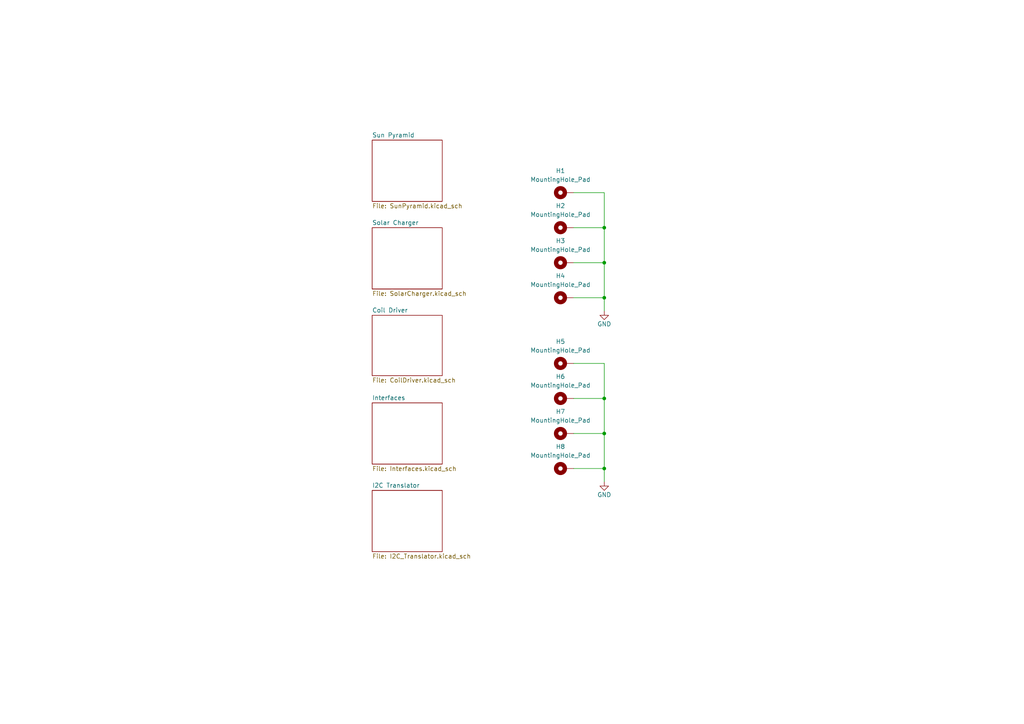
<source format=kicad_sch>
(kicad_sch (version 20250114) (generator "eeschema") (generator_version "9.0")
  (paper "A4")
  (title_block (title "Argus +Z Solar Panel") (date "2025-04-29") (rev "Rev 3.1") (company "Carnegie Mellon University") (comment 1 "N. Khera") (comment 2 "V. Kumar"))
  (lib_symbols
    (symbol "Mechanical:MountingHole_Pad" (pin_numbers (hide yes)) (pin_names (offset 1.016) (hide yes)) (exclude_from_sim yes) (in_bom no)
      (property "Reference" "H" (at 0 6.35 0))
      (property "Value" "MountingHole_Pad" (at 0 4.445 0))
      (symbol "MountingHole_Pad_0_1"
        (circle (center 0 1.27) (radius 1.27) (stroke (width 1.27)))
      )
      (symbol "MountingHole_Pad_1_1"
        (pin input line (at 0 -2.54 90) (length 2.54) (name "1") (number "1"))
      )
    )
    (symbol "power:GND" (power) (pin_numbers (hide yes)) (pin_names (offset 0) (hide yes))
      (property "Value" "GND" (at 0 -3.81 0))
      (symbol "GND_0_1"
        (polyline (pts (xy 0 0) (xy 0 -1.27) (xy 1.27 -1.27) (xy 0 -2.54) (xy -1.27 -1.27) (xy 0 -1.27)))
      )
      (symbol "GND_1_1"
        (pin power_in line (at 0 0 270) (length 0) (name "~") (number "1"))
      )
    )
  )
  (junction (at 175.26 76.2))
  (junction (at 175.26 125.73))
  (junction (at 175.26 66.04))
  (junction (at 175.26 135.89))
  (junction (at 175.26 86.36))
  (junction (at 175.26 115.57))
  (wire (pts (xy 175.26 115.57) (xy 175.26 105.41)))
  (wire (pts (xy 175.26 135.89) (xy 175.26 125.73)))
  (wire (pts (xy 166.37 66.04) (xy 175.26 66.04)))
  (wire (pts (xy 166.37 76.2) (xy 175.26 76.2)))
  (wire (pts (xy 175.26 66.04) (xy 175.26 55.88)))
  (wire (pts (xy 175.26 76.2) (xy 175.26 66.04)))
  (wire (pts (xy 175.26 105.41) (xy 166.37 105.41)))
  (wire (pts (xy 166.37 115.57) (xy 175.26 115.57)))
  (wire (pts (xy 166.37 86.36) (xy 175.26 86.36)))
  (wire (pts (xy 175.26 135.89) (xy 175.26 139.7)))
  (wire (pts (xy 175.26 86.36) (xy 175.26 76.2)))
  (wire (pts (xy 166.37 125.73) (xy 175.26 125.73)))
  (wire (pts (xy 175.26 86.36) (xy 175.26 90.17)))
  (wire (pts (xy 166.37 135.89) (xy 175.26 135.89)))
  (wire (pts (xy 175.26 55.88) (xy 166.37 55.88)))
  (wire (pts (xy 175.26 125.73) (xy 175.26 115.57)))
  (symbol (lib_id "Mechanical:MountingHole_Pad") (at 163.83 135.89 90) (unit 1) (exclude_from_sim yes) (in_bom no)
    (property "Reference" "H8" (at 162.56 129.54 90))
    (property "Value" "MountingHole_Pad" (at 162.56 132.08 90))
    (property "Footprint" "Argus-Miscellaneous:MountingHole_3.2mm_M3_DIN965_Pad_TopBottom" (effects (hide yes)))
    (property "Description" "Mounting Hole with connection" (effects (hide yes)))
  )
  (symbol (lib_id "Mechanical:MountingHole_Pad") (at 163.83 76.2 90) (unit 1) (exclude_from_sim yes) (in_bom no)
    (property "Reference" "H3" (at 162.56 69.85 90))
    (property "Value" "MountingHole_Pad" (at 162.56 72.39 90))
    (property "Footprint" "Argus-Miscellaneous:MountingHole_3.2mm_M3_DIN965_Pad_TopBottom" (effects (hide yes)))
    (property "Description" "Mounting Hole with connection" (effects (hide yes)))
  )
  (symbol (lib_id "power:GND") (at 175.26 90.17 0) (unit 1)
    (property "Reference" "#PWR01" (effects (hide yes)))
    (property "Value" "GND" (at 175.26 93.98 0))
    (property "Description" "Power symbol creates a global label with name \"GND\" , ground" (effects (hide yes)))
  )
  (symbol (lib_id "Mechanical:MountingHole_Pad") (at 163.83 125.73 90) (unit 1) (exclude_from_sim yes) (in_bom no)
    (property "Reference" "H7" (at 162.56 119.38 90))
    (property "Value" "MountingHole_Pad" (at 162.56 121.92 90))
    (property "Footprint" "Argus-Miscellaneous:MountingHole_3.2mm_M3_DIN965_Pad_TopBottom" (effects (hide yes)))
    (property "Description" "Mounting Hole with connection" (effects (hide yes)))
  )
  (symbol (lib_id "Mechanical:MountingHole_Pad") (at 163.83 115.57 90) (unit 1) (exclude_from_sim yes) (in_bom no)
    (property "Reference" "H6" (at 162.56 109.22 90))
    (property "Value" "MountingHole_Pad" (at 162.56 111.76 90))
    (property "Footprint" "Argus-Miscellaneous:MountingHole_3.2mm_M3_DIN965_Pad_TopBottom" (effects (hide yes)))
    (property "Description" "Mounting Hole with connection" (effects (hide yes)))
  )
  (symbol (lib_id "power:GND") (at 175.26 139.7 0) (unit 1)
    (property "Reference" "#PWR02" (effects (hide yes)))
    (property "Value" "GND" (at 175.26 143.51 0))
    (property "Description" "Power symbol creates a global label with name \"GND\" , ground" (effects (hide yes)))
  )
  (symbol (lib_id "Mechanical:MountingHole_Pad") (at 163.83 86.36 90) (unit 1) (exclude_from_sim yes) (in_bom no)
    (property "Reference" "H4" (at 162.56 80.01 90))
    (property "Value" "MountingHole_Pad" (at 162.56 82.55 90))
    (property "Footprint" "Argus-Miscellaneous:MountingHole_3.2mm_M3_DIN965_Pad_TopBottom" (effects (hide yes)))
    (property "Description" "Mounting Hole with connection" (effects (hide yes)))
  )
  (symbol (lib_id "Mechanical:MountingHole_Pad") (at 163.83 66.04 90) (unit 1) (exclude_from_sim yes) (in_bom no)
    (property "Reference" "H2" (at 162.56 59.69 90))
    (property "Value" "MountingHole_Pad" (at 162.56 62.23 90))
    (property "Footprint" "Argus-Miscellaneous:MountingHole_3.2mm_M3_DIN965_Pad_TopBottom" (effects (hide yes)))
    (property "Description" "Mounting Hole with connection" (effects (hide yes)))
  )
  (symbol (lib_id "Mechanical:MountingHole_Pad") (at 163.83 105.41 90) (unit 1) (exclude_from_sim yes) (in_bom no)
    (property "Reference" "H5" (at 162.56 99.06 90))
    (property "Value" "MountingHole_Pad" (at 162.56 101.6 90))
    (property "Footprint" "Argus-Miscellaneous:MountingHole_3.2mm_M3_DIN965_Pad_TopBottom" (effects (hide yes)))
    (property "Description" "Mounting Hole with connection" (effects (hide yes)))
  )
  (symbol (lib_id "Mechanical:MountingHole_Pad") (at 163.83 55.88 90) (unit 1) (exclude_from_sim yes) (in_bom no)
    (property "Reference" "H1" (at 162.56 49.53 90))
    (property "Value" "MountingHole_Pad" (at 162.56 52.07 90))
    (property "Footprint" "Argus-Miscellaneous:MountingHole_3.2mm_M3_DIN965_Pad_TopBottom" (effects (hide yes)))
    (property "Description" "Mounting Hole with connection" (effects (hide yes)))
  )
  (sheet (at 107.95 66.04) (size 20.32 17.78) (stroke (width 0.1524))
    (property "Sheetname" "Solar Charger" (at 107.95 65.3284 0) (effects (justify left bottom)))
    (property "Sheetfile" "SolarCharger.kicad_sch" (at 107.95 84.4046 0) (effects (justify left top)))
  )
  (sheet (at 107.95 40.64) (size 20.32 17.78) (stroke (width 0.1524))
    (property "Sheetname" "Sun Pyramid" (at 107.95 39.9284 0) (effects (justify left bottom)))
    (property "Sheetfile" "SunPyramid.kicad_sch" (at 107.95 59.0046 0) (effects (justify left top)))
  )
  (sheet (at 107.95 142.24) (size 20.32 17.78) (stroke (width 0.1524))
    (property "Sheetname" "I2C Translator" (at 107.95 141.5284 0) (effects (justify left bottom)))
    (property "Sheetfile" "I2C_Translator.kicad_sch" (at 107.95 160.6046 0) (effects (justify left top)))
  )
  (sheet (at 107.95 116.84) (size 20.32 17.78) (stroke (width 0.1524))
    (property "Sheetname" "Interfaces" (at 107.95 116.1284 0) (effects (justify left bottom)))
    (property "Sheetfile" "Interfaces.kicad_sch" (at 107.95 135.2046 0) (effects (justify left top)))
  )
  (sheet (at 107.95 91.44) (size 20.32 17.526) (stroke (width 0.1524))
    (property "Sheetname" "Coil Driver" (at 107.95 90.7284 0) (effects (justify left bottom)))
    (property "Sheetfile" "CoilDriver.kicad_sch" (at 107.95 109.5506 0) (effects (justify left top)))
  )
)
</source>
